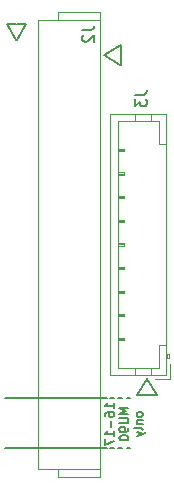
<source format=gbo>
G04 #@! TF.GenerationSoftware,KiCad,Pcbnew,(6.0.1)*
G04 #@! TF.CreationDate,2022-07-05T00:40:55-07:00*
G04 #@! TF.ProjectId,mu100-dit-connector-board,6d753130-302d-4646-9974-2d636f6e6e65,rev?*
G04 #@! TF.SameCoordinates,PX4a615b8PY2b4db18*
G04 #@! TF.FileFunction,Legend,Bot*
G04 #@! TF.FilePolarity,Positive*
%FSLAX46Y46*%
G04 Gerber Fmt 4.6, Leading zero omitted, Abs format (unit mm)*
G04 Created by KiCad (PCBNEW (6.0.1)) date 2022-07-05 00:40:55*
%MOMM*%
%LPD*%
G01*
G04 APERTURE LIST*
%ADD10C,0.15*%
%ADD11C,0.12*%
G04 APERTURE END LIST*
D10*
X0021940000Y0038855000D02*
X0021110000Y0038855000D01*
X0021955000Y0037445000D02*
X0022775000Y0038845000D01*
X0022785000Y0038855000D02*
X0021955000Y0038855000D01*
X0030182000Y0002976199D02*
X0029881999Y0002976199D01*
X0029582000Y0007176200D02*
X0020982000Y0007176200D01*
X0033000999Y0007388199D02*
X0033831000Y0007388199D01*
X0032986000Y0008798200D02*
X0032165999Y0007398200D01*
X0030881999Y0002976199D02*
X0030582000Y0002976199D01*
X0031582000Y0002976199D02*
X0031282000Y0002976199D01*
X0029355000Y0036195000D02*
X0030755000Y0035375000D01*
X0030765000Y0035365000D02*
X0030765000Y0036195000D01*
X0021110000Y0038855000D02*
X0021925000Y0037475000D01*
X0032156000Y0007388199D02*
X0032986000Y0007388199D01*
X0029582000Y0002976199D02*
X0020982000Y0002976199D01*
X0030765000Y0036210000D02*
X0030765000Y0037040000D01*
X0030765000Y0037040000D02*
X0029384999Y0036225000D01*
X0030881999Y0007176200D02*
X0030582000Y0007176200D01*
X0033831000Y0007388199D02*
X0033016000Y0008768200D01*
X0031582000Y0007176200D02*
X0031282000Y0007176200D01*
X0030182000Y0007176200D02*
X0029881999Y0007176200D01*
X0030213785Y0006297629D02*
X0030213785Y0006726199D01*
X0030213785Y0006511915D02*
X0029463785Y0006511915D01*
X0029570928Y0006583342D01*
X0029642357Y0006654772D01*
X0029678071Y0006726199D01*
X0029463785Y0005654772D02*
X0029463785Y0005797629D01*
X0029499499Y0005869058D01*
X0029535214Y0005904772D01*
X0029642357Y0005976199D01*
X0029785214Y0006011915D01*
X0030070928Y0006011915D01*
X0030142357Y0005976199D01*
X0030178071Y0005940486D01*
X0030213785Y0005869058D01*
X0030213785Y0005726199D01*
X0030178071Y0005654772D01*
X0030142357Y0005619058D01*
X0030070928Y0005583342D01*
X0029892357Y0005583342D01*
X0029820928Y0005619058D01*
X0029785214Y0005654772D01*
X0029749499Y0005726199D01*
X0029749499Y0005869058D01*
X0029785214Y0005940486D01*
X0029820928Y0005976199D01*
X0029892357Y0006011915D01*
X0029928071Y0005261915D02*
X0029928071Y0004690486D01*
X0030213785Y0003940486D02*
X0030213785Y0004369058D01*
X0030213785Y0004154772D02*
X0029463785Y0004154772D01*
X0029570928Y0004226199D01*
X0029642357Y0004297629D01*
X0029678071Y0004369058D01*
X0029463785Y0003690486D02*
X0029463785Y0003190486D01*
X0030213785Y0003511915D01*
X0031421284Y0006333342D02*
X0030671284Y0006333342D01*
X0031207000Y0006083342D01*
X0030671284Y0005833342D01*
X0031421284Y0005833342D01*
X0030671284Y0005476199D02*
X0031278427Y0005476199D01*
X0031349857Y0005440486D01*
X0031385571Y0005404772D01*
X0031421284Y0005333342D01*
X0031421284Y0005190486D01*
X0031385571Y0005119058D01*
X0031349857Y0005083342D01*
X0031278427Y0005047629D01*
X0030671284Y0005047629D01*
X0031421284Y0004654772D02*
X0031421284Y0004511915D01*
X0031385571Y0004440486D01*
X0031349857Y0004404772D01*
X0031242714Y0004333342D01*
X0031099857Y0004297629D01*
X0030814142Y0004297629D01*
X0030742714Y0004333342D01*
X0030707000Y0004369058D01*
X0030671284Y0004440486D01*
X0030671284Y0004583342D01*
X0030707000Y0004654772D01*
X0030742714Y0004690486D01*
X0030814142Y0004726199D01*
X0030992714Y0004726199D01*
X0031064142Y0004690486D01*
X0031099857Y0004654772D01*
X0031135571Y0004583342D01*
X0031135571Y0004440486D01*
X0031099857Y0004369058D01*
X0031064142Y0004333342D01*
X0030992714Y0004297629D01*
X0030671284Y0003833342D02*
X0030671284Y0003761915D01*
X0030707000Y0003690486D01*
X0030742714Y0003654772D01*
X0030814142Y0003619058D01*
X0030957000Y0003583342D01*
X0031135571Y0003583342D01*
X0031278427Y0003619058D01*
X0031349857Y0003654772D01*
X0031385571Y0003690486D01*
X0031421284Y0003761915D01*
X0031421284Y0003833342D01*
X0031385571Y0003904772D01*
X0031349857Y0003940486D01*
X0031278427Y0003976199D01*
X0031135571Y0004011915D01*
X0030957000Y0004011915D01*
X0030814142Y0003976199D01*
X0030742714Y0003940486D01*
X0030707000Y0003904772D01*
X0030671284Y0003833342D01*
X0032628785Y0005851199D02*
X0032593071Y0005922629D01*
X0032557356Y0005958342D01*
X0032485928Y0005994058D01*
X0032271642Y0005994058D01*
X0032200214Y0005958342D01*
X0032164500Y0005922629D01*
X0032128785Y0005851199D01*
X0032128785Y0005744058D01*
X0032164500Y0005672629D01*
X0032200214Y0005636915D01*
X0032271642Y0005601199D01*
X0032485928Y0005601199D01*
X0032557356Y0005636915D01*
X0032593071Y0005672629D01*
X0032628785Y0005744058D01*
X0032628785Y0005851199D01*
X0032128785Y0005279772D02*
X0032628785Y0005279772D01*
X0032200214Y0005279772D02*
X0032164500Y0005244058D01*
X0032128785Y0005172629D01*
X0032128785Y0005065486D01*
X0032164500Y0004994058D01*
X0032235928Y0004958342D01*
X0032628785Y0004958342D01*
X0032628785Y0004494058D02*
X0032593071Y0004565486D01*
X0032521642Y0004601199D01*
X0031878785Y0004601199D01*
X0032128785Y0004279772D02*
X0032628785Y0004101199D01*
X0032128785Y0003922629D02*
X0032628785Y0004101199D01*
X0032807356Y0004172629D01*
X0032843071Y0004208342D01*
X0032878785Y0004279772D01*
X0027537380Y0038328334D02*
X0028251666Y0038328334D01*
X0028394523Y0038375953D01*
X0028489761Y0038471191D01*
X0028537380Y0038614048D01*
X0028537380Y0038709286D01*
X0027632619Y0037899762D02*
X0027585000Y0037852143D01*
X0027537380Y0037756905D01*
X0027537380Y0037518810D01*
X0027585000Y0037423572D01*
X0027632619Y0037375953D01*
X0027727857Y0037328334D01*
X0027823095Y0037328334D01*
X0027965952Y0037375953D01*
X0028537380Y0037947381D01*
X0028537380Y0037328334D01*
X0031997380Y0032866334D02*
X0032711666Y0032866334D01*
X0032854523Y0032913953D01*
X0032949761Y0033009191D01*
X0032997380Y0033152048D01*
X0032997380Y0033247286D01*
X0031997380Y0032485381D02*
X0031997380Y0031866334D01*
X0032378332Y0032199666D01*
X0032378332Y0032056810D01*
X0032425952Y0031961572D01*
X0032473571Y0031913953D01*
X0032568809Y0031866334D01*
X0032806904Y0031866334D01*
X0032902141Y0031913953D01*
X0032949761Y0031961572D01*
X0032997380Y0032056810D01*
X0032997380Y0032342523D01*
X0032949761Y0032437762D01*
X0032902141Y0032485381D01*
D11*
X0025505000Y0000515000D02*
X0025505000Y0001164999D01*
X0029005000Y0000515000D02*
X0029005000Y0001164999D01*
X0029005000Y0039815000D02*
X0025505000Y0039815000D01*
X0029005000Y0000515000D02*
X0025505000Y0000515000D01*
X0029005000Y0039165000D02*
X0029005000Y0039815000D01*
X0025505000Y0039815000D02*
X0025505000Y0039165000D01*
X0029005000Y0039165000D02*
X0023805000Y0039165000D01*
X0023805000Y0039165000D02*
X0023805000Y0001164999D01*
X0023805000Y0001164999D02*
X0029005000Y0001164999D01*
X0029005000Y0001164999D02*
X0029005000Y0039165000D01*
X0031015000Y0014075000D02*
X0031015000Y0014274999D01*
X0030515000Y0018175000D02*
X0031015000Y0018175000D01*
X0030515000Y0009725000D02*
X0030515000Y0030625000D01*
X0031015000Y0024075000D02*
X0031015000Y0024275000D01*
X0031015000Y0012075000D02*
X0031015000Y0012274999D01*
X0031015000Y0016075000D02*
X0031015000Y0016274999D01*
X0031015000Y0026275000D02*
X0030515000Y0026275000D01*
X0034925000Y0008815000D02*
X0033675000Y0008815000D01*
X0031015000Y0028075000D02*
X0031015000Y0028275000D01*
X0030515000Y0024175000D02*
X0031015000Y0024175000D01*
X0034625000Y0011675000D02*
X0034015000Y0011675000D01*
X0029905000Y0009114999D02*
X0029905000Y0031235000D01*
X0034015000Y0030625000D02*
X0034015000Y0028675000D01*
X0030515000Y0012175000D02*
X0031015000Y0012175000D01*
X0034925000Y0010065000D02*
X0034925000Y0008815000D01*
X0034625000Y0010875000D02*
X0034825000Y0010875000D01*
X0030515000Y0016075000D02*
X0031015000Y0016075000D01*
X0031015000Y0026075000D02*
X0031015000Y0026275000D01*
X0031015000Y0014274999D02*
X0030515000Y0014274999D01*
X0030515000Y0012075000D02*
X0031015000Y0012075000D01*
X0034015000Y0028675000D02*
X0034625000Y0028675000D01*
X0031015000Y0022275000D02*
X0030515000Y0022275000D01*
X0030515000Y0020075000D02*
X0031015000Y0020075000D01*
X0034625000Y0009114999D02*
X0029905000Y0009114999D01*
X0031015000Y0018275000D02*
X0030515000Y0018275000D01*
X0030515000Y0024075000D02*
X0031015000Y0024075000D01*
X0030515000Y0022175000D02*
X0031015000Y0022175000D01*
X0034015000Y0011675000D02*
X0034015000Y0009725000D01*
X0033314999Y0031235000D02*
X0033314999Y0030625000D01*
X0034825000Y0010875000D02*
X0034825000Y0010575000D01*
X0031015000Y0028275000D02*
X0030515000Y0028275000D01*
X0031015000Y0018075000D02*
X0031015000Y0018275000D01*
X0032015000Y0031235000D02*
X0032015000Y0030625000D01*
X0030515000Y0022075000D02*
X0031015000Y0022075000D01*
X0030515000Y0014175000D02*
X0031015000Y0014175000D01*
X0031015000Y0012274999D02*
X0030515000Y0012274999D01*
X0034725000Y0010875000D02*
X0034725000Y0010575000D01*
X0030515000Y0030625000D02*
X0034015000Y0030625000D01*
X0033314999Y0009114999D02*
X0033314999Y0009725000D01*
X0031015000Y0024275000D02*
X0030515000Y0024275000D01*
X0030515000Y0018075000D02*
X0031015000Y0018075000D01*
X0034625000Y0031235000D02*
X0034625000Y0009114999D01*
X0034015000Y0009725000D02*
X0030515000Y0009725000D01*
X0030515000Y0026175000D02*
X0031015000Y0026175000D01*
X0034825000Y0010575000D02*
X0034625000Y0010575000D01*
X0030515000Y0028175000D02*
X0031015000Y0028175000D01*
X0031015000Y0022075000D02*
X0031015000Y0022275000D01*
X0030515000Y0016175000D02*
X0031015000Y0016175000D01*
X0030515000Y0014075000D02*
X0031015000Y0014075000D01*
X0031015000Y0020075000D02*
X0031015000Y0020275000D01*
X0030515000Y0020175000D02*
X0031015000Y0020175000D01*
X0032015000Y0009114999D02*
X0032015000Y0009725000D01*
X0030515000Y0026075000D02*
X0031015000Y0026075000D01*
X0030515000Y0028075000D02*
X0031015000Y0028075000D01*
X0029905000Y0031235000D02*
X0034625000Y0031235000D01*
X0031015000Y0020275000D02*
X0030515000Y0020275000D01*
X0031015000Y0016274999D02*
X0030515000Y0016274999D01*
M02*
</source>
